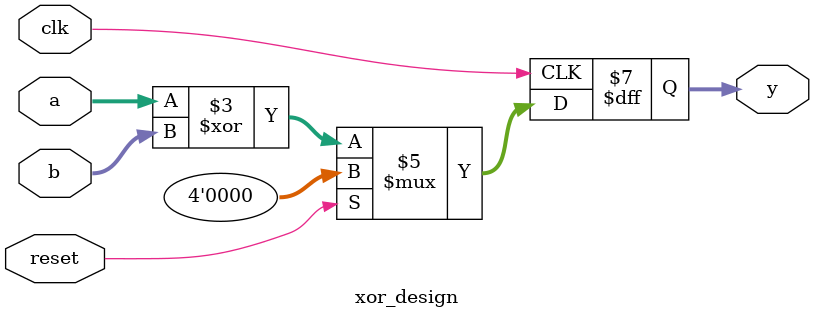
<source format=v>
 `timescale 10 ns / 1 ps

 module xor_design( clk,
					reset,
					a,
					b,
					y);
 input clk;
 input reset;
 input [3:0] a, b;
 output reg [3:0]  y;

 always @(posedge clk)
	begin
		if(!reset)
			begin
				y<=a^b;
			end
		else
			begin
				y<=0;
			end
	end
 endmodule
 
 
 
 

 
 
 
 
 
</source>
